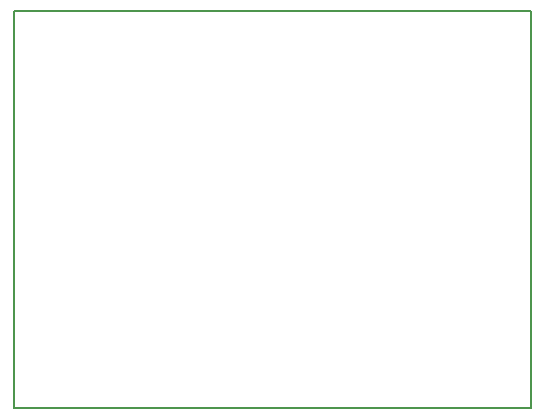
<source format=gbr>
%TF.GenerationSoftware,KiCad,Pcbnew,4.0.7-e2-6376~58~ubuntu16.04.1*%
%TF.CreationDate,2018-01-31T22:39:41+01:00*%
%TF.ProjectId,SimpleSupply,53696D706C65537570706C792E6B6963,rev?*%
%TF.FileFunction,Profile,NP*%
%FSLAX46Y46*%
G04 Gerber Fmt 4.6, Leading zero omitted, Abs format (unit mm)*
G04 Created by KiCad (PCBNEW 4.0.7-e2-6376~58~ubuntu16.04.1) date Wed Jan 31 22:39:41 2018*
%MOMM*%
%LPD*%
G01*
G04 APERTURE LIST*
%ADD10C,0.100000*%
%ADD11C,0.150000*%
G04 APERTURE END LIST*
D10*
D11*
X90170000Y-128270000D02*
X90170000Y-94615000D01*
X90805000Y-128270000D02*
X90170000Y-128270000D01*
X133985000Y-128270000D02*
X90805000Y-128270000D01*
X133985000Y-127635000D02*
X133985000Y-128270000D01*
X133985000Y-94615000D02*
X133985000Y-127635000D01*
X90170000Y-94615000D02*
X133985000Y-94615000D01*
M02*

</source>
